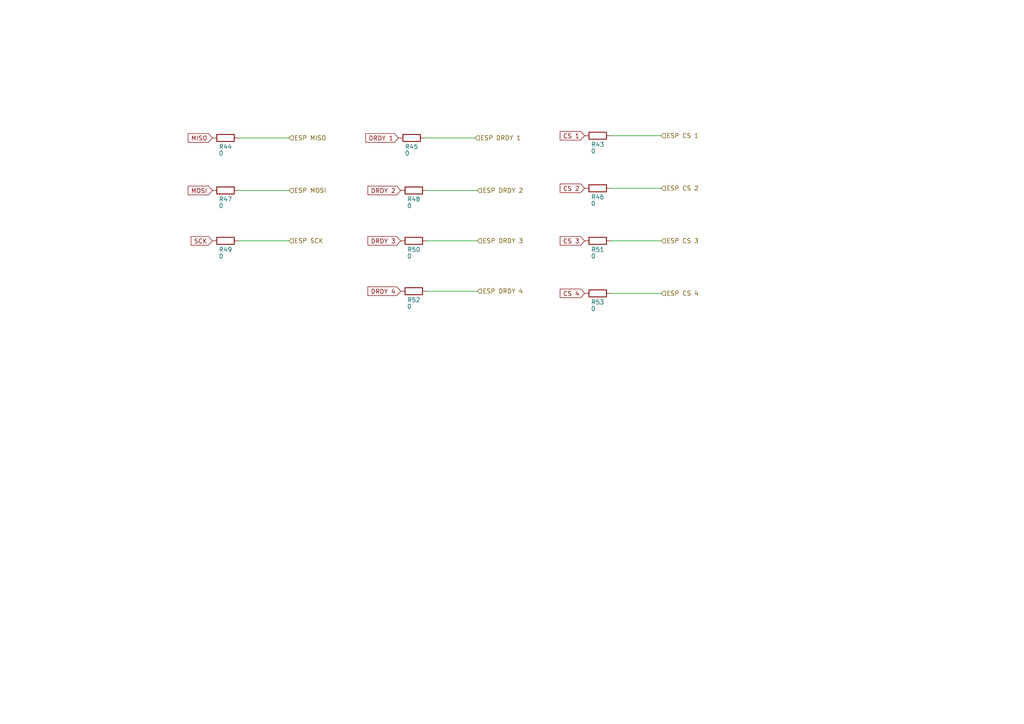
<source format=kicad_sch>
(kicad_sch (version 20231120) (generator "eeschema") (generator_version "8.0")
  (paper "A4")
  (lib_symbols
    (symbol "Device:R" (pin_numbers hide) (pin_names (offset 0))
      (property "Reference" "R" (at 2.032 0 90))
      (property "Value" "R" (at 0 0 90))
      (symbol "R_0_1"
        (rectangle (start -1.016 -2.54) (end 1.016 2.54) (stroke (width 0.254)))
      )
      (symbol "R_1_1"
        (pin passive line (at 0 3.81 270) (length 1.27) (name "~") (number "1"))
        (pin passive line (at 0 -3.81 90) (length 1.27) (name "~") (number "2"))
      )
    )
  )
  (wire (pts (xy 69.215 55.245) (xy 83.82 55.245)))
  (wire (pts (xy 123.825 55.245) (xy 138.43 55.245)))
  (wire (pts (xy 69.215 40.005) (xy 83.82 40.005)))
  (wire (pts (xy 177.165 85.09) (xy 191.77 85.09)))
  (wire (pts (xy 123.19 40.005) (xy 137.795 40.005)))
  (wire (pts (xy 177.165 39.37) (xy 191.77 39.37)))
  (wire (pts (xy 123.825 84.455) (xy 138.43 84.455)))
  (wire (pts (xy 177.165 69.85) (xy 191.77 69.85)))
  (wire (pts (xy 69.215 69.85) (xy 83.82 69.85)))
  (wire (pts (xy 177.165 54.61) (xy 191.77 54.61)))
  (wire (pts (xy 123.825 69.85) (xy 138.43 69.85)))
  (global_label "MISO" (shape input) (at 61.595 40.005 180) (property "Intersheetrefs" "${INTERSHEET_REFS}" (effects (hide yes))))
  (global_label "DRDY 2" (shape input) (at 116.205 55.245 180) (property "Intersheetrefs" "${INTERSHEET_REFS}" (effects (hide yes))))
  (global_label "DRDY 3" (shape input) (at 116.205 69.85 180) (property "Intersheetrefs" "${INTERSHEET_REFS}" (effects (hide yes))))
  (global_label "CS 2" (shape input) (at 169.545 54.61 180) (property "Intersheetrefs" "${INTERSHEET_REFS}" (effects (hide yes))))
  (global_label "MOSI" (shape input) (at 61.595 55.245 180) (property "Intersheetrefs" "${INTERSHEET_REFS}" (effects (hide yes))))
  (global_label "CS 1" (shape input) (at 169.545 39.37 180) (property "Intersheetrefs" "${INTERSHEET_REFS}" (effects (hide yes))))
  (global_label "SCK" (shape input) (at 61.595 69.85 180) (property "Intersheetrefs" "${INTERSHEET_REFS}" (effects (hide yes))))
  (global_label "CS 3" (shape input) (at 169.545 69.85 180) (property "Intersheetrefs" "${INTERSHEET_REFS}" (effects (hide yes))))
  (global_label "CS 4" (shape input) (at 169.545 85.09 180) (property "Intersheetrefs" "${INTERSHEET_REFS}" (effects (hide yes))))
  (global_label "DRDY 4" (shape input) (at 116.205 84.455 180) (property "Intersheetrefs" "${INTERSHEET_REFS}" (effects (hide yes))))
  (global_label "DRDY 1" (shape input) (at 115.57 40.005 180) (property "Intersheetrefs" "${INTERSHEET_REFS}" (effects (hide yes))))
  (hierarchical_label "ESP DRDY 2" (shape input) (at 138.43 55.245 0))
  (hierarchical_label "ESP CS 1" (shape input) (at 191.77 39.37 0))
  (hierarchical_label "ESP CS 2" (shape input) (at 191.77 54.61 0))
  (hierarchical_label "ESP DRDY 1" (shape input) (at 137.795 40.005 0))
  (hierarchical_label "ESP DRDY 3" (shape input) (at 138.43 69.85 0))
  (hierarchical_label "ESP SCK" (shape input) (at 83.82 69.85 0))
  (hierarchical_label "ESP MOSI" (shape input) (at 83.82 55.245 0))
  (hierarchical_label "ESP DRDY 4" (shape input) (at 138.43 84.455 0))
  (hierarchical_label "ESP MISO" (shape input) (at 83.82 40.005 0))
  (hierarchical_label "ESP CS 3" (shape input) (at 191.77 69.85 0))
  (hierarchical_label "ESP CS 4" (shape input) (at 191.77 85.09 0))
  (symbol (lib_id "Device:R") (at 120.015 69.85 90) (unit 1)
    (property "Reference" "R50" (at 120.015 72.39 90))
    (property "Value" "0" (at 118.745 74.295 90))
    (property "Footprint" "Resistor_SMD:R_0805_2012Metric_Pad1.20x1.40mm_HandSolder" (effects (hide yes)))
    (property "Description" "Resistor" (effects (hide yes)))
  )
  (symbol (lib_id "Device:R") (at 65.405 55.245 90) (unit 1)
    (property "Reference" "R47" (at 65.405 57.785 90))
    (property "Value" "0" (at 64.135 59.69 90))
    (property "Footprint" "Resistor_SMD:R_0805_2012Metric_Pad1.20x1.40mm_HandSolder" (effects (hide yes)))
    (property "Description" "Resistor" (effects (hide yes)))
  )
  (symbol (lib_id "Device:R") (at 173.355 39.37 90) (unit 1)
    (property "Reference" "R43" (at 173.355 41.91 90))
    (property "Value" "0" (at 172.085 43.815 90))
    (property "Footprint" "Resistor_SMD:R_0805_2012Metric_Pad1.20x1.40mm_HandSolder" (effects (hide yes)))
    (property "Description" "Resistor" (effects (hide yes)))
  )
  (symbol (lib_id "Device:R") (at 65.405 69.85 90) (unit 1)
    (property "Reference" "R49" (at 65.405 72.39 90))
    (property "Value" "0" (at 64.135 74.295 90))
    (property "Footprint" "Resistor_SMD:R_0805_2012Metric_Pad1.20x1.40mm_HandSolder" (effects (hide yes)))
    (property "Description" "Resistor" (effects (hide yes)))
  )
  (symbol (lib_id "Device:R") (at 173.355 85.09 90) (unit 1)
    (property "Reference" "R53" (at 173.355 87.63 90))
    (property "Value" "0" (at 172.085 89.535 90))
    (property "Footprint" "Resistor_SMD:R_0805_2012Metric_Pad1.20x1.40mm_HandSolder" (effects (hide yes)))
    (property "Description" "Resistor" (effects (hide yes)))
  )
  (symbol (lib_id "Device:R") (at 119.38 40.005 90) (unit 1)
    (property "Reference" "R45" (at 119.38 42.545 90))
    (property "Value" "0" (at 118.11 44.45 90))
    (property "Footprint" "Resistor_SMD:R_0805_2012Metric_Pad1.20x1.40mm_HandSolder" (effects (hide yes)))
    (property "Description" "Resistor" (effects (hide yes)))
  )
  (symbol (lib_id "Device:R") (at 173.355 69.85 90) (unit 1)
    (property "Reference" "R51" (at 173.355 72.39 90))
    (property "Value" "0" (at 172.085 74.295 90))
    (property "Footprint" "Resistor_SMD:R_0805_2012Metric_Pad1.20x1.40mm_HandSolder" (effects (hide yes)))
    (property "Description" "Resistor" (effects (hide yes)))
  )
  (symbol (lib_id "Device:R") (at 65.405 40.005 90) (unit 1)
    (property "Reference" "R44" (at 65.405 42.545 90))
    (property "Value" "0" (at 64.135 44.45 90))
    (property "Footprint" "Resistor_SMD:R_0805_2012Metric_Pad1.20x1.40mm_HandSolder" (effects (hide yes)))
    (property "Description" "Resistor" (effects (hide yes)))
  )
  (symbol (lib_id "Device:R") (at 120.015 84.455 90) (unit 1)
    (property "Reference" "R52" (at 120.015 86.995 90))
    (property "Value" "0" (at 118.745 88.9 90))
    (property "Footprint" "Resistor_SMD:R_0805_2012Metric_Pad1.20x1.40mm_HandSolder" (effects (hide yes)))
    (property "Description" "Resistor" (effects (hide yes)))
  )
  (symbol (lib_id "Device:R") (at 120.015 55.245 90) (unit 1)
    (property "Reference" "R48" (at 120.015 57.785 90))
    (property "Value" "0" (at 118.745 59.69 90))
    (property "Footprint" "Resistor_SMD:R_0805_2012Metric_Pad1.20x1.40mm_HandSolder" (effects (hide yes)))
    (property "Description" "Resistor" (effects (hide yes)))
  )
  (symbol (lib_id "Device:R") (at 173.355 54.61 90) (unit 1)
    (property "Reference" "R46" (at 173.355 57.15 90))
    (property "Value" "0" (at 172.085 59.055 90))
    (property "Footprint" "Resistor_SMD:R_0805_2012Metric_Pad1.20x1.40mm_HandSolder" (effects (hide yes)))
    (property "Description" "Resistor" (effects (hide yes)))
  )
)
</source>
